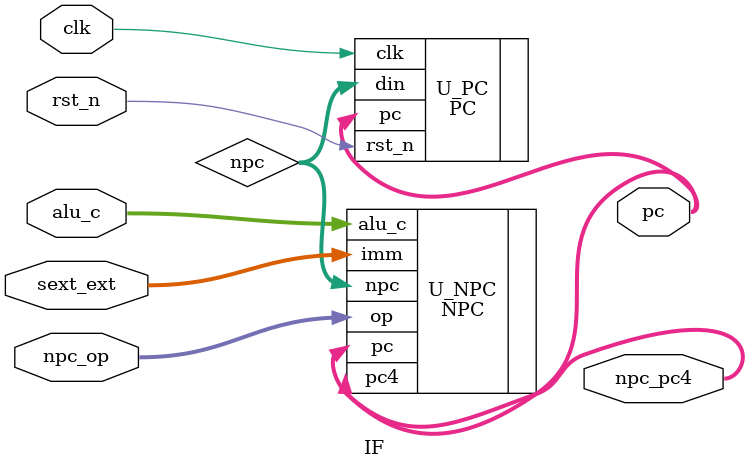
<source format=v>
module IF (
    input  wire        clk     ,
    input  wire        rst_n   ,

    input  wire [1:0]  npc_op  ,

    input  wire [31:0] sext_ext,
    input  wire [31:0] alu_c   ,

    output wire [31:0] pc      ,
    output wire [31:0] npc_pc4
);

wire [31:0] npc;

PC U_PC (
    // input
    .clk   (clk     ),
    .rst_n (rst_n   ),
    .din   (npc     ),
    // output
    .pc    (pc      )
);

NPC U_NPC (
    // input
    .op    (npc_op  ),
    .pc    (pc      ),
    .imm   (sext_ext),
    .alu_c (alu_c   ),
    // output
    .npc   (npc     ),
    .pc4   (npc_pc4 )
);

endmodule

</source>
